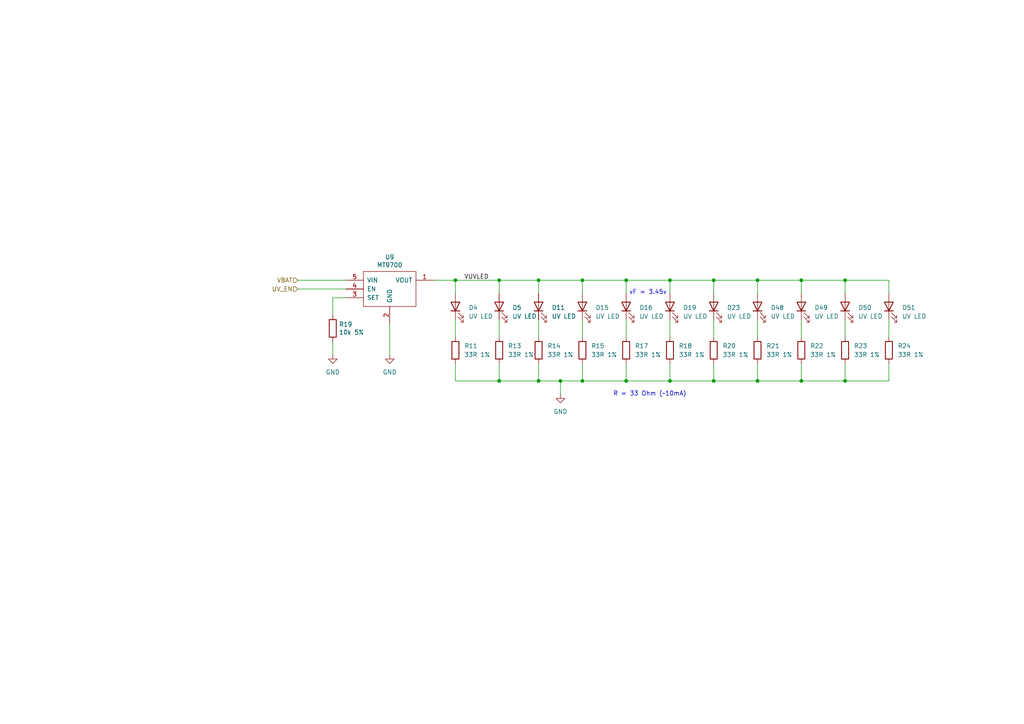
<source format=kicad_sch>
(kicad_sch (version 20231120) (generator "eeschema") (generator_version "8.0")
  (paper "A4")
  (lib_symbols
    (symbol "Device:LED" (pin_numbers hide) (pin_names (offset 1.016) hide)
      (property "Reference" "D" (at 0 2.54 0))
      (property "Value" "LED" (at 0 -2.54 0))
      (symbol "LED_0_1"
        (polyline (pts (xy -1.27 -1.27) (xy -1.27 1.27)) (stroke (width 0.254)))
        (polyline (pts (xy -1.27 0) (xy 1.27 0)))
        (polyline (pts (xy 1.27 -1.27) (xy 1.27 1.27) (xy -1.27 0) (xy 1.27 -1.27)) (stroke (width 0.254)))
        (polyline (pts (xy -3.048 -0.762) (xy -4.572 -2.286) (xy -3.81 -2.286) (xy -4.572 -2.286) (xy -4.572 -1.524)))
        (polyline (pts (xy -1.778 -0.762) (xy -3.302 -2.286) (xy -2.54 -2.286) (xy -3.302 -2.286) (xy -3.302 -1.524)))
      )
      (symbol "LED_1_1"
        (pin passive line (at -3.81 0 0) (length 2.54) (name "K") (number "1"))
        (pin passive line (at 3.81 0 180) (length 2.54) (name "A") (number "2"))
      )
    )
    (symbol "Device:R" (pin_numbers hide) (pin_names (offset 0))
      (property "Reference" "R" (at 2.032 0 90))
      (property "Value" "R" (at 0 0 90))
      (symbol "R_0_1"
        (rectangle (start -1.016 -2.54) (end 1.016 2.54) (stroke (width 0.254)))
      )
      (symbol "R_1_1"
        (pin passive line (at 0 3.81 270) (length 1.27) (name "~") (number "1"))
        (pin passive line (at 0 -3.81 90) (length 1.27) (name "~") (number "2"))
      )
    )
    (symbol "Pixels-dice:MT9700" (pin_names (offset 1.016))
      (property "Reference" "U" (at 6.35 -6.35 0))
      (property "Value" "MT9700" (at 0 6.35 0))
      (symbol "MT9700_0_1"
        (rectangle (start -7.62 5.08) (end 7.62 -5.08))
      )
      (symbol "MT9700_1_1"
        (pin power_out line (at 12.7 2.54 180) (length 5.08) (name "VOUT") (number "1"))
        (pin power_in line (at 0 -10.16 90) (length 5.08) (name "GND") (number "2"))
        (pin input line (at -12.7 -2.54 0) (length 5.08) (name "SET") (number "3"))
        (pin input line (at -12.7 0 0) (length 5.08) (name "EN") (number "4"))
        (pin power_in line (at -12.7 2.54 0) (length 5.08) (name "VIN") (number "5"))
      )
    )
    (symbol "power:GND" (power) (pin_numbers hide) (pin_names (offset 0) hide)
      (property "Value" "GND" (at 0 -3.81 0))
      (symbol "GND_0_1"
        (polyline (pts (xy 0 0) (xy 0 -1.27) (xy 1.27 -1.27) (xy 0 -2.54) (xy -1.27 -1.27) (xy 0 -1.27)))
      )
      (symbol "GND_1_1"
        (pin power_in line (at 0 0 270) (length 0) (name "~") (number "1"))
      )
    )
  )
  (junction (at 144.78 110.49))
  (junction (at 194.31 110.49))
  (junction (at 181.61 81.28))
  (junction (at 245.11 81.28))
  (junction (at 156.21 110.49))
  (junction (at 219.71 81.28))
  (junction (at 181.61 110.49))
  (junction (at 144.78 81.28))
  (junction (at 168.91 81.28))
  (junction (at 245.11 110.49))
  (junction (at 232.41 81.28))
  (junction (at 207.01 81.28))
  (junction (at 194.31 81.28))
  (junction (at 168.91 110.49))
  (junction (at 162.56 110.49))
  (junction (at 219.71 110.49))
  (junction (at 132.08 81.28))
  (junction (at 207.01 110.49))
  (junction (at 232.41 110.49))
  (junction (at 156.21 81.28))
  (wire (pts (xy 132.08 92.71) (xy 132.08 97.79)))
  (wire (pts (xy 207.01 92.71) (xy 207.01 97.79)))
  (wire (pts (xy 96.52 99.06) (xy 96.52 102.87)))
  (wire (pts (xy 245.11 110.49) (xy 232.41 110.49)))
  (wire (pts (xy 156.21 81.28) (xy 168.91 81.28)))
  (wire (pts (xy 181.61 110.49) (xy 168.91 110.49)))
  (wire (pts (xy 232.41 81.28) (xy 232.41 85.09)))
  (wire (pts (xy 86.36 83.82) (xy 100.33 83.82)))
  (wire (pts (xy 194.31 81.28) (xy 207.01 81.28)))
  (wire (pts (xy 181.61 81.28) (xy 194.31 81.28)))
  (wire (pts (xy 245.11 92.71) (xy 245.11 97.79)))
  (wire (pts (xy 156.21 105.41) (xy 156.21 110.49)))
  (wire (pts (xy 181.61 92.71) (xy 181.61 97.79)))
  (wire (pts (xy 132.08 110.49) (xy 144.78 110.49)))
  (wire (pts (xy 96.52 86.36) (xy 96.52 91.44)))
  (wire (pts (xy 144.78 81.28) (xy 144.78 85.09)))
  (wire (pts (xy 257.81 105.41) (xy 257.81 110.49)))
  (wire (pts (xy 168.91 92.71) (xy 168.91 97.79)))
  (wire (pts (xy 245.11 81.28) (xy 245.11 85.09)))
  (wire (pts (xy 113.03 93.98) (xy 113.03 102.87)))
  (wire (pts (xy 232.41 105.41) (xy 232.41 110.49)))
  (wire (pts (xy 232.41 92.71) (xy 232.41 97.79)))
  (wire (pts (xy 162.56 110.49) (xy 162.56 114.3)))
  (wire (pts (xy 245.11 105.41) (xy 245.11 110.49)))
  (wire (pts (xy 257.81 81.28) (xy 257.81 85.09)))
  (wire (pts (xy 100.33 86.36) (xy 96.52 86.36)))
  (wire (pts (xy 132.08 105.41) (xy 132.08 110.49)))
  (wire (pts (xy 207.01 105.41) (xy 207.01 110.49)))
  (wire (pts (xy 232.41 81.28) (xy 245.11 81.28)))
  (wire (pts (xy 219.71 81.28) (xy 232.41 81.28)))
  (wire (pts (xy 219.71 105.41) (xy 219.71 110.49)))
  (wire (pts (xy 245.11 81.28) (xy 257.81 81.28)))
  (wire (pts (xy 257.81 92.71) (xy 257.81 97.79)))
  (wire (pts (xy 144.78 105.41) (xy 144.78 110.49)))
  (wire (pts (xy 86.36 81.28) (xy 100.33 81.28)))
  (wire (pts (xy 168.91 81.28) (xy 168.91 85.09)))
  (wire (pts (xy 194.31 110.49) (xy 181.61 110.49)))
  (wire (pts (xy 156.21 92.71) (xy 156.21 97.79)))
  (wire (pts (xy 257.81 110.49) (xy 245.11 110.49)))
  (wire (pts (xy 219.71 92.71) (xy 219.71 97.79)))
  (wire (pts (xy 132.08 81.28) (xy 144.78 81.28)))
  (wire (pts (xy 168.91 110.49) (xy 162.56 110.49)))
  (wire (pts (xy 232.41 110.49) (xy 219.71 110.49)))
  (wire (pts (xy 219.71 81.28) (xy 219.71 85.09)))
  (wire (pts (xy 156.21 81.28) (xy 156.21 85.09)))
  (wire (pts (xy 207.01 81.28) (xy 207.01 85.09)))
  (wire (pts (xy 144.78 81.28) (xy 156.21 81.28)))
  (wire (pts (xy 181.61 81.28) (xy 181.61 85.09)))
  (wire (pts (xy 125.73 81.28) (xy 132.08 81.28)))
  (wire (pts (xy 144.78 92.71) (xy 144.78 97.79)))
  (wire (pts (xy 156.21 110.49) (xy 162.56 110.49)))
  (wire (pts (xy 194.31 105.41) (xy 194.31 110.49)))
  (wire (pts (xy 207.01 81.28) (xy 219.71 81.28)))
  (wire (pts (xy 207.01 110.49) (xy 194.31 110.49)))
  (wire (pts (xy 219.71 110.49) (xy 207.01 110.49)))
  (wire (pts (xy 168.91 81.28) (xy 181.61 81.28)))
  (wire (pts (xy 194.31 92.71) (xy 194.31 97.79)))
  (wire (pts (xy 168.91 105.41) (xy 168.91 110.49)))
  (wire (pts (xy 144.78 110.49) (xy 156.21 110.49)))
  (wire (pts (xy 181.61 105.41) (xy 181.61 110.49)))
  (wire (pts (xy 132.08 85.09) (xy 132.08 81.28)))
  (wire (pts (xy 194.31 81.28) (xy 194.31 85.09)))
  (text "R = 33 Ohm (~10mA)" (at 188.468 114.3 0) (effects (font (size 1.27 1.27))))
  (text "vF = 3.45v\n" (at 187.96 84.836 0) (effects (font (size 1.27 1.27))))
  (label "VUVLED" (at 134.62 81.28 0))
  (hierarchical_label "VBAT" (shape input) (at 86.36 81.28 180))
  (hierarchical_label "UV_EN" (shape input) (at 86.36 83.82 180))
  (symbol (lib_id "Device:LED") (at 207.01 88.9 90) (unit 1)
    (property "Reference" "D23" (at 210.82 89.2174 90) (effects (justify right)))
    (property "Value" "UV LED" (at 210.82 91.7574 90) (effects (justify right)))
    (property "Footprint" "Pixels-dice:MHP1016UVACT" (effects (hide yes)))
    (property "Description" "Light emitting diode" (effects (hide yes)))
    (property "Manufacturer Part Number" "MHP1016UVACT" (effects (hide yes)))
    (property "Manufacturer" "MEIHUA" (effects (hide yes)))
  )
  (symbol (lib_id "Device:R") (at 132.08 101.6 0) (unit 1)
    (property "Reference" "R11" (at 134.62 100.3299 0) (effects (justify left)))
    (property "Value" "33R 1%" (at 134.62 102.8699 0) (effects (justify left)))
    (property "Footprint" "Resistor_SMD:R_0402_1005Metric" (effects (hide yes)))
    (property "Description" "Resistor" (effects (hide yes)))
    (property "Manufacturer" "UNI-ROYAL(Uniroyal Elec)" (effects (hide yes)))
    (property "Manufacturer Part Number" "0402WGF330JTCE" (effects (hide yes)))
  )
  (symbol (lib_id "Device:R") (at 257.81 101.6 0) (unit 1)
    (property "Reference" "R24" (at 260.35 100.3299 0) (effects (justify left)))
    (property "Value" "33R 1%" (at 260.35 102.8699 0) (effects (justify left)))
    (property "Footprint" "Resistor_SMD:R_0402_1005Metric" (effects (hide yes)))
    (property "Description" "Resistor" (effects (hide yes)))
    (property "Manufacturer" "UNI-ROYAL(Uniroyal Elec)" (effects (hide yes)))
    (property "Manufacturer Part Number" "0402WGF330JTCE" (effects (hide yes)))
  )
  (symbol (lib_id "power:GND") (at 162.56 114.3 0) (unit 1)
    (property "Reference" "#PWR066" (effects (hide yes)))
    (property "Value" "GND" (at 162.56 119.38 0))
    (property "Description" "Power symbol creates a global label with name \"GND\" , ground" (effects (hide yes)))
  )
  (symbol (lib_id "Device:R") (at 219.71 101.6 0) (unit 1)
    (property "Reference" "R21" (at 222.25 100.3299 0) (effects (justify left)))
    (property "Value" "33R 1%" (at 222.25 102.8699 0) (effects (justify left)))
    (property "Footprint" "Resistor_SMD:R_0402_1005Metric" (effects (hide yes)))
    (property "Description" "Resistor" (effects (hide yes)))
    (property "Manufacturer" "UNI-ROYAL(Uniroyal Elec)" (effects (hide yes)))
    (property "Manufacturer Part Number" "0402WGF330JTCE" (effects (hide yes)))
  )
  (symbol (lib_id "Device:LED") (at 219.71 88.9 90) (unit 1)
    (property "Reference" "D48" (at 223.52 89.2174 90) (effects (justify right)))
    (property "Value" "UV LED" (at 223.52 91.7574 90) (effects (justify right)))
    (property "Footprint" "Pixels-dice:MHP1016UVACT" (effects (hide yes)))
    (property "Description" "Light emitting diode" (effects (hide yes)))
    (property "Manufacturer Part Number" "MHP1016UVACT" (effects (hide yes)))
    (property "Manufacturer" "MEIHUA" (effects (hide yes)))
  )
  (symbol (lib_id "Device:LED") (at 257.81 88.9 90) (unit 1)
    (property "Reference" "D51" (at 261.62 89.2174 90) (effects (justify right)))
    (property "Value" "UV LED" (at 261.62 91.7574 90) (effects (justify right)))
    (property "Footprint" "Pixels-dice:MHP1016UVACT" (effects (hide yes)))
    (property "Description" "Light emitting diode" (effects (hide yes)))
    (property "Manufacturer Part Number" "MHP1016UVACT" (effects (hide yes)))
    (property "Manufacturer" "MEIHUA" (effects (hide yes)))
  )
  (symbol (lib_id "power:GND") (at 96.52 102.87 0) (unit 1)
    (property "Reference" "#PWR067" (effects (hide yes)))
    (property "Value" "GND" (at 96.52 107.95 0))
    (property "Description" "Power symbol creates a global label with name \"GND\" , ground" (effects (hide yes)))
  )
  (symbol (lib_id "Device:R") (at 194.31 101.6 0) (unit 1)
    (property "Reference" "R18" (at 196.85 100.3299 0) (effects (justify left)))
    (property "Value" "33R 1%" (at 196.85 102.8699 0) (effects (justify left)))
    (property "Footprint" "Resistor_SMD:R_0402_1005Metric" (effects (hide yes)))
    (property "Description" "Resistor" (effects (hide yes)))
    (property "Manufacturer" "UNI-ROYAL(Uniroyal Elec)" (effects (hide yes)))
    (property "Manufacturer Part Number" "0402WGF330JTCE" (effects (hide yes)))
  )
  (symbol (lib_id "Device:R") (at 207.01 101.6 0) (unit 1)
    (property "Reference" "R20" (at 209.55 100.3299 0) (effects (justify left)))
    (property "Value" "33R 1%" (at 209.55 102.8699 0) (effects (justify left)))
    (property "Footprint" "Resistor_SMD:R_0402_1005Metric" (effects (hide yes)))
    (property "Description" "Resistor" (effects (hide yes)))
    (property "Manufacturer" "UNI-ROYAL(Uniroyal Elec)" (effects (hide yes)))
    (property "Manufacturer Part Number" "0402WGF330JTCE" (effects (hide yes)))
  )
  (symbol (lib_id "Device:LED") (at 181.61 88.9 90) (unit 1)
    (property "Reference" "D16" (at 185.42 89.2174 90) (effects (justify right)))
    (property "Value" "UV LED" (at 185.42 91.7574 90) (effects (justify right)))
    (property "Footprint" "Pixels-dice:MHP1016UVACT" (effects (hide yes)))
    (property "Description" "Light emitting diode" (effects (hide yes)))
    (property "Manufacturer Part Number" "MHP1016UVACT" (effects (hide yes)))
    (property "Manufacturer" "MEIHUA" (effects (hide yes)))
  )
  (symbol (lib_id "Device:LED") (at 132.08 88.9 90) (unit 1)
    (property "Reference" "D4" (at 135.89 89.2174 90) (effects (justify right)))
    (property "Value" "UV LED" (at 135.89 91.7574 90) (effects (justify right)))
    (property "Footprint" "Pixels-dice:MHP1016UVACT" (effects (hide yes)))
    (property "Description" "Light emitting diode" (effects (hide yes)))
    (property "Manufacturer Part Number" "MHP1016UVACT" (effects (hide yes)))
    (property "Manufacturer" "MEIHUA" (effects (hide yes)))
  )
  (symbol (lib_id "Device:R") (at 245.11 101.6 0) (unit 1)
    (property "Reference" "R23" (at 247.65 100.3299 0) (effects (justify left)))
    (property "Value" "33R 1%" (at 247.65 102.8699 0) (effects (justify left)))
    (property "Footprint" "Resistor_SMD:R_0402_1005Metric" (effects (hide yes)))
    (property "Description" "Resistor" (effects (hide yes)))
    (property "Manufacturer" "UNI-ROYAL(Uniroyal Elec)" (effects (hide yes)))
    (property "Manufacturer Part Number" "0402WGF330JTCE" (effects (hide yes)))
  )
  (symbol (lib_id "Device:R") (at 144.78 101.6 0) (unit 1)
    (property "Reference" "R13" (at 147.32 100.3299 0) (effects (justify left)))
    (property "Value" "33R 1%" (at 147.32 102.8699 0) (effects (justify left)))
    (property "Footprint" "Resistor_SMD:R_0402_1005Metric" (effects (hide yes)))
    (property "Description" "Resistor" (effects (hide yes)))
    (property "Manufacturer" "UNI-ROYAL(Uniroyal Elec)" (effects (hide yes)))
    (property "Manufacturer Part Number" "0402WGF330JTCE" (effects (hide yes)))
  )
  (symbol (lib_id "Device:R") (at 181.61 101.6 0) (unit 1)
    (property "Reference" "R17" (at 184.15 100.3299 0) (effects (justify left)))
    (property "Value" "33R 1%" (at 184.15 102.8699 0) (effects (justify left)))
    (property "Footprint" "Resistor_SMD:R_0402_1005Metric" (effects (hide yes)))
    (property "Description" "Resistor" (effects (hide yes)))
    (property "Manufacturer" "UNI-ROYAL(Uniroyal Elec)" (effects (hide yes)))
    (property "Manufacturer Part Number" "0402WGF330JTCE" (effects (hide yes)))
  )
  (symbol (lib_id "Pixels-dice:MT9700") (at 113.03 83.82 0) (unit 1)
    (property "Reference" "U9" (at 113.03 74.549 0))
    (property "Value" "MT9700" (at 113.03 76.8604 0))
    (property "Footprint" "Pixels-dice:SOT-23-5" (effects (hide yes)))
    (property "Manufacturer" "XI'AN Aerosemi Tech" (effects (hide yes)))
    (property "Manufacturer Part Number" "MT9700" (effects (hide yes)))
    (property "Pixels Part Number" "SMD-U006-ALT2" (effects (hide yes)))
    (property "Generic OK" "NO" (effects (hide yes)))
  )
  (symbol (lib_id "Device:LED") (at 232.41 88.9 90) (unit 1)
    (property "Reference" "D49" (at 236.22 89.2174 90) (effects (justify right)))
    (property "Value" "UV LED" (at 236.22 91.7574 90) (effects (justify right)))
    (property "Footprint" "Pixels-dice:MHP1016UVACT" (effects (hide yes)))
    (property "Description" "Light emitting diode" (effects (hide yes)))
    (property "Manufacturer Part Number" "MHP1016UVACT" (effects (hide yes)))
    (property "Manufacturer" "MEIHUA" (effects (hide yes)))
  )
  (symbol (lib_id "Device:R") (at 168.91 101.6 0) (unit 1)
    (property "Reference" "R15" (at 171.45 100.3299 0) (effects (justify left)))
    (property "Value" "33R 1%" (at 171.45 102.8699 0) (effects (justify left)))
    (property "Footprint" "Resistor_SMD:R_0402_1005Metric" (effects (hide yes)))
    (property "Description" "Resistor" (effects (hide yes)))
    (property "Manufacturer" "UNI-ROYAL(Uniroyal Elec)" (effects (hide yes)))
    (property "Manufacturer Part Number" "0402WGF330JTCE" (effects (hide yes)))
  )
  (symbol (lib_id "Device:R") (at 96.52 95.25 0) (unit 1)
    (property "Reference" "R19" (at 98.298 94.0816 0) (effects (justify left)))
    (property "Value" "10k 5%" (at 98.298 96.393 0) (effects (justify left)))
    (property "Footprint" "Resistor_SMD:R_0402_1005Metric" (effects (hide yes)))
    (property "Generic OK" "YES" (effects (hide yes)))
    (property "Manufacturer" "UNI-ROYAL(Uniroyal Elec)" (effects (hide yes)))
    (property "Manufacturer Part Number" "0402WGJ0103TCE" (effects (hide yes)))
    (property "Pixels Part Number" "SMD-R002" (effects (hide yes)))
  )
  (symbol (lib_id "Device:LED") (at 168.91 88.9 90) (unit 1)
    (property "Reference" "D15" (at 172.72 89.2174 90) (effects (justify right)))
    (property "Value" "UV LED" (at 172.72 91.7574 90) (effects (justify right)))
    (property "Footprint" "Pixels-dice:MHP1016UVACT" (effects (hide yes)))
    (property "Description" "Light emitting diode" (effects (hide yes)))
    (property "Manufacturer Part Number" "MHP1016UVACT" (effects (hide yes)))
    (property "Manufacturer" "MEIHUA" (effects (hide yes)))
  )
  (symbol (lib_id "power:GND") (at 113.03 102.87 0) (unit 1)
    (property "Reference" "#PWR0104" (effects (hide yes)))
    (property "Value" "GND" (at 113.03 107.95 0))
    (property "Description" "Power symbol creates a global label with name \"GND\" , ground" (effects (hide yes)))
  )
  (symbol (lib_id "Device:R") (at 232.41 101.6 0) (unit 1)
    (property "Reference" "R22" (at 234.95 100.3299 0) (effects (justify left)))
    (property "Value" "33R 1%" (at 234.95 102.8699 0) (effects (justify left)))
    (property "Footprint" "Resistor_SMD:R_0402_1005Metric" (effects (hide yes)))
    (property "Description" "Resistor" (effects (hide yes)))
    (property "Manufacturer" "UNI-ROYAL(Uniroyal Elec)" (effects (hide yes)))
    (property "Manufacturer Part Number" "0402WGF330JTCE" (effects (hide yes)))
  )
  (symbol (lib_id "Device:LED") (at 156.21 88.9 90) (unit 1)
    (property "Reference" "D11" (at 160.02 89.2174 90) (effects (justify right)))
    (property "Value" "UV LED" (at 160.02 91.7574 90) (effects (justify right)))
    (property "Footprint" "Pixels-dice:MHP1016UVACT" (effects (hide yes)))
    (property "Description" "Light emitting diode" (effects (hide yes)))
    (property "Manufacturer Part Number" "MHP1016UVACT" (effects (hide yes)))
    (property "Manufacturer" "MEIHUA" (effects (hide yes)))
  )
  (symbol (lib_id "Device:LED") (at 144.78 88.9 90) (unit 1)
    (property "Reference" "D5" (at 148.59 89.2174 90) (effects (justify right)))
    (property "Value" "UV LED" (at 148.59 91.7574 90) (effects (justify right)))
    (property "Footprint" "Pixels-dice:MHP1016UVACT" (effects (hide yes)))
    (property "Description" "Light emitting diode" (effects (hide yes)))
    (property "Manufacturer Part Number" "MHP1016UVACT" (effects (hide yes)))
    (property "Manufacturer" "MEIHUA" (effects (hide yes)))
  )
  (symbol (lib_id "Device:LED") (at 194.31 88.9 90) (unit 1)
    (property "Reference" "D19" (at 198.12 89.2174 90) (effects (justify right)))
    (property "Value" "UV LED" (at 198.12 91.7574 90) (effects (justify right)))
    (property "Footprint" "Pixels-dice:MHP1016UVACT" (effects (hide yes)))
    (property "Description" "Light emitting diode" (effects (hide yes)))
    (property "Manufacturer Part Number" "MHP1016UVACT" (effects (hide yes)))
    (property "Manufacturer" "MEIHUA" (effects (hide yes)))
  )
  (symbol (lib_id "Device:LED") (at 245.11 88.9 90) (unit 1)
    (property "Reference" "D50" (at 248.92 89.2174 90) (effects (justify right)))
    (property "Value" "UV LED" (at 248.92 91.7574 90) (effects (justify right)))
    (property "Footprint" "Pixels-dice:MHP1016UVACT" (effects (hide yes)))
    (property "Description" "Light emitting diode" (effects (hide yes)))
    (property "Manufacturer Part Number" "MHP1016UVACT" (effects (hide yes)))
    (property "Manufacturer" "MEIHUA" (effects (hide yes)))
  )
  (symbol (lib_id "Device:R") (at 156.21 101.6 0) (unit 1)
    (property "Reference" "R14" (at 158.75 100.3299 0) (effects (justify left)))
    (property "Value" "33R 1%" (at 158.75 102.8699 0) (effects (justify left)))
    (property "Footprint" "Resistor_SMD:R_0402_1005Metric" (effects (hide yes)))
    (property "Description" "Resistor" (effects (hide yes)))
    (property "Manufacturer" "UNI-ROYAL(Uniroyal Elec)" (effects (hide yes)))
    (property "Manufacturer Part Number" "0402WGF330JTCE" (effects (hide yes)))
  )
)
</source>
